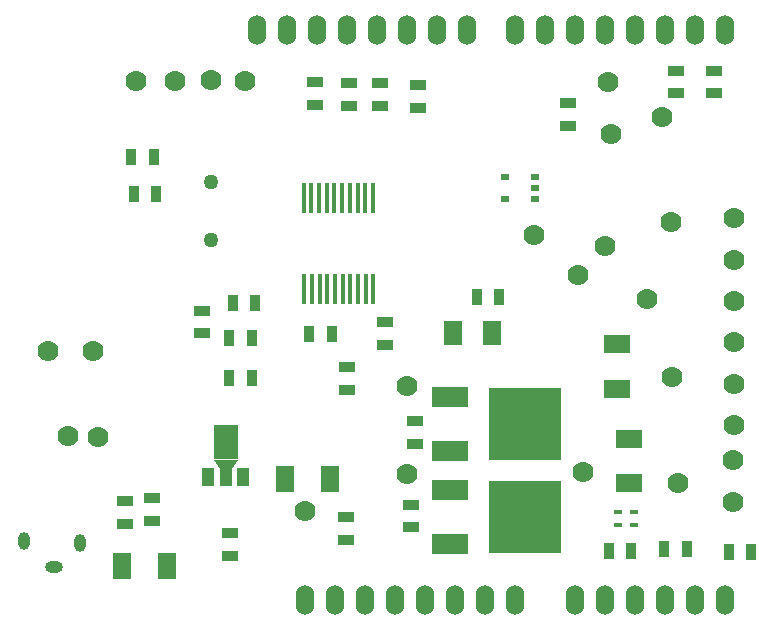
<source format=gts>
G04 (created by PCBNEW (2013-07-07 BZR 4022)-stable) date 9/15/2014 1:50:29 PM*
%MOIN*%
G04 Gerber Fmt 3.4, Leading zero omitted, Abs format*
%FSLAX34Y34*%
G01*
G70*
G90*
G04 APERTURE LIST*
%ADD10C,0.00590551*%
%ADD11O,0.06X0.1*%
%ADD12R,0.055X0.035*%
%ADD13R,0.035X0.055*%
%ADD14R,0.063X0.0866*%
%ADD15R,0.06X0.08*%
%ADD16R,0.011811X0.0984252*%
%ADD17R,0.12X0.065*%
%ADD18R,0.24X0.24*%
%ADD19R,0.0866X0.063*%
%ADD20R,0.03X0.02*%
%ADD21R,0.0394X0.0591*%
%ADD22R,0.0787X0.1181*%
%ADD23C,0.05*%
%ADD24C,0.07*%
%ADD25O,0.0393701X0.0590551*%
%ADD26O,0.0590551X0.0393701*%
%ADD27R,0.0295276X0.0177165*%
G04 APERTURE END LIST*
G54D10*
G54D11*
X75852Y-26535D03*
X74852Y-26535D03*
X73852Y-26535D03*
X72852Y-26535D03*
X71852Y-26535D03*
X70852Y-26535D03*
X69852Y-26535D03*
X68852Y-26535D03*
X73452Y-45535D03*
X72452Y-45535D03*
X71452Y-45535D03*
X70452Y-45535D03*
X74452Y-45535D03*
X75452Y-45535D03*
X76452Y-45535D03*
X77452Y-45535D03*
X79452Y-45535D03*
X80452Y-45535D03*
X81452Y-45535D03*
X82452Y-45535D03*
X83452Y-45535D03*
X84452Y-45535D03*
X84452Y-26535D03*
X83452Y-26535D03*
X82452Y-26535D03*
X81452Y-26535D03*
X80452Y-26535D03*
X79452Y-26535D03*
X78452Y-26535D03*
X77452Y-26535D03*
G54D12*
X71811Y-43524D03*
X71811Y-42774D03*
X67972Y-43306D03*
X67972Y-44056D03*
X64448Y-42243D03*
X64448Y-42993D03*
X65354Y-42144D03*
X65354Y-42894D03*
G54D13*
X76175Y-35450D03*
X76925Y-35450D03*
X70605Y-36680D03*
X71355Y-36680D03*
G54D12*
X79216Y-29729D03*
X79216Y-28979D03*
X73130Y-36275D03*
X73130Y-37025D03*
G54D13*
X67924Y-36791D03*
X68674Y-36791D03*
G54D12*
X74110Y-40323D03*
X74110Y-39573D03*
G54D13*
X67932Y-38129D03*
X68682Y-38129D03*
G54D12*
X67007Y-36646D03*
X67007Y-35896D03*
G54D13*
X68054Y-35629D03*
X68804Y-35629D03*
X64664Y-30779D03*
X65414Y-30779D03*
X64743Y-31988D03*
X65493Y-31988D03*
G54D14*
X64370Y-44389D03*
X65866Y-44389D03*
G54D15*
X75400Y-36650D03*
X76700Y-36650D03*
G54D12*
X70777Y-28278D03*
X70777Y-29028D03*
X72972Y-28308D03*
X72972Y-29058D03*
X74228Y-28379D03*
X74228Y-29129D03*
X84094Y-27892D03*
X84094Y-28642D03*
G54D16*
X70437Y-35173D03*
X70692Y-35173D03*
X70948Y-35173D03*
X71204Y-35173D03*
X71460Y-35173D03*
X71716Y-35173D03*
X71972Y-35173D03*
X72228Y-35173D03*
X72484Y-35173D03*
X72740Y-35173D03*
X72720Y-32122D03*
X72464Y-32122D03*
X72208Y-32122D03*
X71952Y-32122D03*
X71696Y-32122D03*
X71440Y-32122D03*
X71185Y-32122D03*
X70929Y-32122D03*
X70673Y-32122D03*
X70417Y-32122D03*
G54D17*
X75275Y-38785D03*
G54D18*
X77775Y-39685D03*
G54D17*
X75275Y-40585D03*
G54D12*
X71938Y-28308D03*
X71938Y-29058D03*
G54D19*
X80850Y-38498D03*
X80850Y-37002D03*
G54D12*
X74000Y-43105D03*
X74000Y-42355D03*
G54D17*
X75275Y-41855D03*
G54D18*
X77775Y-42755D03*
G54D17*
X75275Y-43655D03*
G54D20*
X78127Y-32176D03*
X78127Y-31426D03*
X77127Y-32176D03*
X78127Y-31801D03*
X77127Y-31426D03*
G54D21*
X67223Y-41447D03*
X67814Y-41447D03*
X68405Y-41447D03*
G54D22*
X67814Y-40285D03*
G54D10*
G36*
X68208Y-40866D02*
X68011Y-41161D01*
X67617Y-41161D01*
X67420Y-40866D01*
X68208Y-40866D01*
X68208Y-40866D01*
G37*
G54D23*
X67326Y-31602D03*
X67326Y-33523D03*
G54D24*
X84771Y-32813D03*
X84771Y-34191D03*
X84771Y-35569D03*
X84771Y-36947D03*
X84771Y-38325D03*
X84771Y-39703D03*
X84732Y-40876D03*
X84732Y-42254D03*
G54D14*
X69803Y-41496D03*
X71299Y-41496D03*
G54D24*
X82650Y-32930D03*
X70470Y-42570D03*
X79552Y-34694D03*
X78100Y-33380D03*
X79710Y-41280D03*
X67340Y-28200D03*
X66120Y-28230D03*
X64810Y-28220D03*
X68460Y-28230D03*
X82362Y-29448D03*
X80551Y-28267D03*
X81850Y-35500D03*
G54D25*
X61102Y-43582D03*
G54D26*
X62086Y-44448D03*
G54D25*
X62952Y-43622D03*
G54D13*
X84575Y-43950D03*
X85325Y-43950D03*
X82425Y-43850D03*
X83175Y-43850D03*
X80575Y-43900D03*
X81325Y-43900D03*
G54D12*
X71850Y-38525D03*
X71850Y-37775D03*
G54D24*
X73850Y-38400D03*
X82700Y-38100D03*
X82900Y-41650D03*
X73850Y-41340D03*
X80472Y-33740D03*
X80641Y-29988D03*
G54D19*
X81250Y-41648D03*
X81250Y-40152D03*
G54D27*
X80898Y-42590D03*
X81419Y-42590D03*
X80898Y-43043D03*
X81419Y-43043D03*
G54D12*
X82834Y-27892D03*
X82834Y-28642D03*
G54D24*
X61889Y-37244D03*
X63385Y-37244D03*
X62548Y-40083D03*
X63555Y-40087D03*
M02*

</source>
